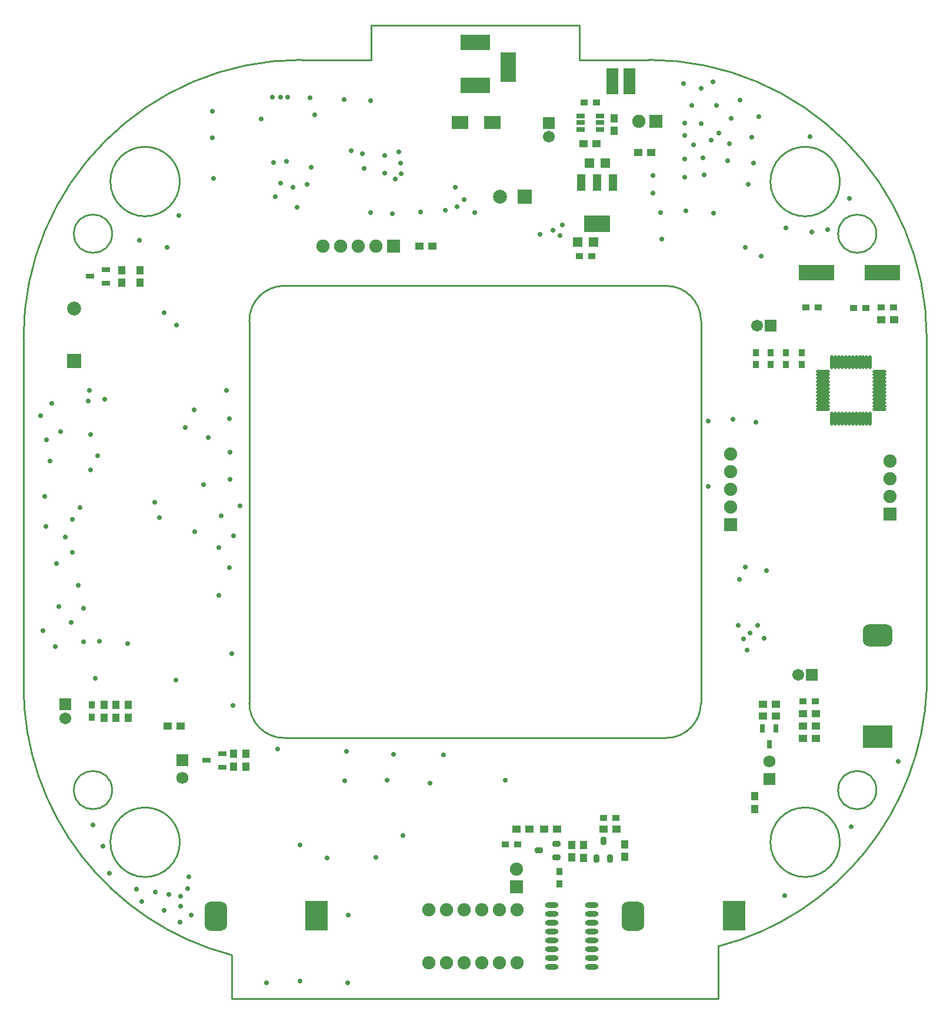
<source format=gbs>
G04*
G04 #@! TF.GenerationSoftware,Altium Limited,Altium Designer,18.1.8 (232)*
G04*
G04 Layer_Color=16711935*
%FSLAX25Y25*%
%MOIN*%
G70*
G01*
G75*
%ADD10C,0.01000*%
%ADD24R,0.03950X0.04800*%
%ADD26R,0.04300X0.03800*%
%ADD27R,0.03800X0.04300*%
%ADD29R,0.04800X0.03950*%
%ADD31C,0.07493*%
%ADD32R,0.07493X0.07493*%
%ADD33R,0.07887X0.07887*%
%ADD34C,0.07887*%
%ADD35C,0.06706*%
%ADD36R,0.06706X0.06706*%
%ADD37R,0.16548X0.12611*%
G04:AMPARAMS|DCode=38|XSize=126.11mil|YSize=165.48mil|CornerRadius=33.53mil|HoleSize=0mil|Usage=FLASHONLY|Rotation=270.000|XOffset=0mil|YOffset=0mil|HoleType=Round|Shape=RoundedRectangle|*
%AMROUNDEDRECTD38*
21,1,0.12611,0.09843,0,0,270.0*
21,1,0.05906,0.16548,0,0,270.0*
1,1,0.06706,-0.04921,-0.02953*
1,1,0.06706,-0.04921,0.02953*
1,1,0.06706,0.04921,0.02953*
1,1,0.06706,0.04921,-0.02953*
%
%ADD38ROUNDEDRECTD38*%
%ADD39R,0.12611X0.16548*%
G04:AMPARAMS|DCode=40|XSize=126.11mil|YSize=165.48mil|CornerRadius=33.53mil|HoleSize=0mil|Usage=FLASHONLY|Rotation=0.000|XOffset=0mil|YOffset=0mil|HoleType=Round|Shape=RoundedRectangle|*
%AMROUNDEDRECTD40*
21,1,0.12611,0.09843,0,0,0.0*
21,1,0.05906,0.16548,0,0,0.0*
1,1,0.06706,0.02953,-0.04921*
1,1,0.06706,-0.02953,-0.04921*
1,1,0.06706,-0.02953,0.04921*
1,1,0.06706,0.02953,0.04921*
%
%ADD40ROUNDEDRECTD40*%
%ADD41C,0.06800*%
%ADD42R,0.06800X0.06800*%
%ADD43R,0.07493X0.07493*%
%ADD44R,0.06706X0.06706*%
%ADD45R,0.07887X0.07887*%
%ADD46R,0.08674X0.16548*%
%ADD47R,0.16548X0.08674*%
%ADD48C,0.02800*%
G04:AMPARAMS|DCode=85|XSize=31.62mil|YSize=47.37mil|CornerRadius=9.91mil|HoleSize=0mil|Usage=FLASHONLY|Rotation=90.000|XOffset=0mil|YOffset=0mil|HoleType=Round|Shape=RoundedRectangle|*
%AMROUNDEDRECTD85*
21,1,0.03162,0.02756,0,0,90.0*
21,1,0.01181,0.04737,0,0,90.0*
1,1,0.01981,0.01378,0.00591*
1,1,0.01981,0.01378,-0.00591*
1,1,0.01981,-0.01378,-0.00591*
1,1,0.01981,-0.01378,0.00591*
%
%ADD85ROUNDEDRECTD85*%
G04:AMPARAMS|DCode=86|XSize=31.62mil|YSize=47.37mil|CornerRadius=9.91mil|HoleSize=0mil|Usage=FLASHONLY|Rotation=0.000|XOffset=0mil|YOffset=0mil|HoleType=Round|Shape=RoundedRectangle|*
%AMROUNDEDRECTD86*
21,1,0.03162,0.02756,0,0,0.0*
21,1,0.01181,0.04737,0,0,0.0*
1,1,0.01981,0.00591,-0.01378*
1,1,0.01981,-0.00591,-0.01378*
1,1,0.01981,-0.00591,0.01378*
1,1,0.01981,0.00591,0.01378*
%
%ADD86ROUNDEDRECTD86*%
%ADD87O,0.07670X0.03005*%
%ADD88R,0.04737X0.02572*%
%ADD89R,0.20485X0.08674*%
%ADD90R,0.02572X0.04737*%
%ADD91O,0.01981X0.07887*%
%ADD92O,0.07887X0.01981*%
%ADD93R,0.09461X0.07690*%
%ADD94R,0.04737X0.09461*%
%ADD95R,0.14580X0.09461*%
%ADD96R,0.07099X0.14580*%
%ADD97R,0.04737X0.02965*%
%ADD98R,0.05800X0.05800*%
D10*
X275737Y29679D02*
G03*
X393701Y175365I-39370J152480D01*
G01*
X-118110Y177165D02*
G03*
X0Y24686I157480J0D01*
G01*
X344488Y88583D02*
G03*
X344488Y88583I-19685J0D01*
G01*
X365158Y433071D02*
G03*
X365158Y433071I-10827J0D01*
G01*
X393701Y374016D02*
G03*
X236221Y531496I-157480J0D01*
G01*
X344488Y462598D02*
G03*
X344488Y462598I-19685J0D01*
G01*
X365158Y118110D02*
G03*
X365158Y118110I-10827J0D01*
G01*
X-67913D02*
G03*
X-67913Y118110I-10827J0D01*
G01*
X39370Y531496D02*
G03*
X-118110Y374016I0J-157480D01*
G01*
X-67913Y433071D02*
G03*
X-67913Y433071I-10827J0D01*
G01*
X-29528Y462598D02*
G03*
X-29528Y462598I-19685J0D01*
G01*
Y88583D02*
G03*
X-29528Y88583I-19685J0D01*
G01*
X29528Y403543D02*
G03*
X9843Y383858I0J-19685D01*
G01*
X265748D02*
G03*
X246063Y403543I-19685J0D01*
G01*
Y147638D02*
G03*
X265748Y167323I0J19685D01*
G01*
X9843D02*
G03*
X29528Y147638I19685J0D01*
G01*
X0Y0D02*
X275590D01*
X0D02*
Y24686D01*
X275590Y0D02*
Y29679D01*
X393701Y175365D02*
X393701Y374016D01*
X-118110Y177165D02*
Y374016D01*
X39370Y531496D02*
X78740D01*
X196850D02*
X236221D01*
X196850D02*
Y551181D01*
X78740Y531496D02*
Y551181D01*
X196850D01*
X9843Y167323D02*
Y383858D01*
X29528Y403543D02*
X246063D01*
X265748Y167323D02*
Y383858D01*
X29528Y147638D02*
X246063D01*
D24*
X192444Y87165D02*
D03*
Y79865D02*
D03*
X199294Y79715D02*
D03*
Y87015D02*
D03*
X222591Y80215D02*
D03*
Y87515D02*
D03*
X944Y138572D02*
D03*
Y131272D02*
D03*
X7944Y138572D02*
D03*
Y131272D02*
D03*
X296352Y114816D02*
D03*
Y107516D02*
D03*
X-72500Y166302D02*
D03*
Y159002D02*
D03*
X-58871Y166302D02*
D03*
Y159002D02*
D03*
X-65738D02*
D03*
Y166302D02*
D03*
X216444Y491215D02*
D03*
Y498515D02*
D03*
X-62556Y412515D02*
D03*
Y405215D02*
D03*
X-52056Y412515D02*
D03*
Y405215D02*
D03*
D26*
X155000Y87515D02*
D03*
X161900D02*
D03*
X210544Y102502D02*
D03*
X217444D02*
D03*
X323687Y168365D02*
D03*
X330587D02*
D03*
X352344Y390865D02*
D03*
X359244D02*
D03*
X332236Y391365D02*
D03*
X325336D02*
D03*
X367894D02*
D03*
X374794D02*
D03*
X199544Y507365D02*
D03*
X206444D02*
D03*
X203844Y420365D02*
D03*
X196944D02*
D03*
D27*
X185634Y64965D02*
D03*
Y71865D02*
D03*
X296743Y358865D02*
D03*
Y365765D02*
D03*
X305243Y358865D02*
D03*
Y365765D02*
D03*
X313743Y358865D02*
D03*
Y365765D02*
D03*
X322743Y358865D02*
D03*
Y365765D02*
D03*
X-79500Y159427D02*
D03*
Y166328D02*
D03*
D29*
X161294Y95865D02*
D03*
X168594D02*
D03*
X210534Y96116D02*
D03*
X217834D02*
D03*
X184094Y95865D02*
D03*
X176794D02*
D03*
X300794Y159865D02*
D03*
X308094D02*
D03*
Y166678D02*
D03*
X300794D02*
D03*
X331023Y161363D02*
D03*
X323723D02*
D03*
X331023Y154365D02*
D03*
X323723D02*
D03*
X331023Y147365D02*
D03*
X323723D02*
D03*
X375094Y384365D02*
D03*
X367794D02*
D03*
X-29160Y154365D02*
D03*
X-36460D02*
D03*
X237594Y479001D02*
D03*
X230294D02*
D03*
X206594Y483865D02*
D03*
X199294D02*
D03*
X113594Y425865D02*
D03*
X106294D02*
D03*
D31*
X111444Y50365D02*
D03*
X121522D02*
D03*
X141522D02*
D03*
X161522D02*
D03*
X141522Y20365D02*
D03*
X121522D02*
D03*
X151522Y50365D02*
D03*
X131522D02*
D03*
X161522Y20365D02*
D03*
X151522D02*
D03*
X131522D02*
D03*
X111444D02*
D03*
X161134Y73286D02*
D03*
X372944Y284365D02*
D03*
Y294365D02*
D03*
Y304365D02*
D03*
X282444Y278365D02*
D03*
Y288365D02*
D03*
Y298365D02*
D03*
Y308365D02*
D03*
X230522Y496786D02*
D03*
X81444Y425865D02*
D03*
X71444D02*
D03*
X61444D02*
D03*
X51444D02*
D03*
D32*
X161134Y63443D02*
D03*
X91444Y425865D02*
D03*
D33*
X165833Y453865D02*
D03*
D34*
X152054D02*
D03*
X-89424Y390783D02*
D03*
D35*
X179444Y487928D02*
D03*
X320758Y183365D02*
D03*
X297507Y380865D02*
D03*
X-94500Y158715D02*
D03*
D36*
X179444Y495802D02*
D03*
X-94500Y166589D02*
D03*
D37*
X365899Y148479D02*
D03*
D38*
X365742Y205566D02*
D03*
D39*
X284444Y46874D02*
D03*
X47944Y46874D02*
D03*
D40*
X227357Y46717D02*
D03*
X-9143Y46717D02*
D03*
D41*
X304444Y134422D02*
D03*
X-28056Y124922D02*
D03*
D42*
X304444Y124422D02*
D03*
X-28056Y134922D02*
D03*
D43*
X372944Y274365D02*
D03*
X282444Y268365D02*
D03*
X240365Y496786D02*
D03*
D44*
X328632Y183365D02*
D03*
X305381Y380865D02*
D03*
D45*
X-89424Y360861D02*
D03*
D46*
X156448Y527495D02*
D03*
D47*
X137944Y541274D02*
D03*
Y516865D02*
D03*
D48*
X-75000Y202500D02*
D03*
X-100000Y199412D02*
D03*
X-107000Y208500D02*
D03*
X-91000Y212865D02*
D03*
X-84000Y221000D02*
D03*
X-87000Y234000D02*
D03*
X-94500Y261500D02*
D03*
X-90500Y271500D02*
D03*
X-86000Y278165D02*
D03*
X-59064Y200865D02*
D03*
X-106000Y284500D02*
D03*
X-105000Y316265D02*
D03*
X-97000Y321000D02*
D03*
X-102000Y337000D02*
D03*
X-108500Y330000D02*
D03*
X-80000Y299465D02*
D03*
X-75956Y307500D02*
D03*
X-81456Y338365D02*
D03*
X-72000Y339500D02*
D03*
X-80756Y344500D02*
D03*
X-26500Y323265D02*
D03*
X-21500Y333500D02*
D03*
X1000Y262000D02*
D03*
X4500Y279000D02*
D03*
X-21000Y264500D02*
D03*
X-6000Y273500D02*
D03*
X-1000Y294000D02*
D03*
Y309500D02*
D03*
X-1500Y328500D02*
D03*
X-3000Y344500D02*
D03*
X19500Y9000D02*
D03*
X38500Y10000D02*
D03*
X65500Y9000D02*
D03*
X87944Y123605D02*
D03*
X186000Y432000D02*
D03*
X187318Y438000D02*
D03*
X182000Y435000D02*
D03*
X174444Y432546D02*
D03*
X137500Y445000D02*
D03*
X127444Y448411D02*
D03*
X126500Y459270D02*
D03*
X131500Y452373D02*
D03*
X121000Y446500D02*
D03*
X107000Y445500D02*
D03*
X91000Y444500D02*
D03*
X78500Y445000D02*
D03*
X96000Y467000D02*
D03*
X92500Y463865D02*
D03*
X75000Y470062D02*
D03*
X86500Y467500D02*
D03*
X95500Y472865D02*
D03*
X94500Y479500D02*
D03*
X86500Y477500D02*
D03*
X74000Y478500D02*
D03*
X67684Y480000D02*
D03*
X37000Y448117D02*
D03*
X24566Y453865D02*
D03*
X27602Y461589D02*
D03*
X34500Y459500D02*
D03*
X42500Y461186D02*
D03*
X45000Y470652D02*
D03*
X31000Y474000D02*
D03*
X23500Y473500D02*
D03*
X-73000Y86500D02*
D03*
X-69364Y71000D02*
D03*
X-43418Y60500D02*
D03*
X-54000Y62000D02*
D03*
X-51000Y54865D02*
D03*
X-38296Y50000D02*
D03*
X-29500Y43500D02*
D03*
X-23000Y47500D02*
D03*
X-29160Y52500D02*
D03*
Y58000D02*
D03*
X-25000Y62500D02*
D03*
X-24331Y68898D02*
D03*
X155000Y123542D02*
D03*
X38500Y87165D02*
D03*
X54000Y79715D02*
D03*
X81444Y79997D02*
D03*
X97000Y92500D02*
D03*
X287500Y237265D02*
D03*
X302942Y242500D02*
D03*
X327500Y487928D02*
D03*
X349779Y453000D02*
D03*
X337500Y435500D02*
D03*
X328500Y434000D02*
D03*
X313843Y436500D02*
D03*
X290912Y425365D02*
D03*
X299944Y420500D02*
D03*
X243500Y430000D02*
D03*
X243000Y445000D02*
D03*
X238444Y466000D02*
D03*
Y455877D02*
D03*
X257346Y446000D02*
D03*
X273000Y444853D02*
D03*
X292500Y461000D02*
D03*
X295500Y473000D02*
D03*
X294500Y487736D02*
D03*
X288000Y508786D02*
D03*
X298500Y499500D02*
D03*
X266000Y515500D02*
D03*
X256000Y518000D02*
D03*
X274500Y505765D02*
D03*
X256445Y488531D02*
D03*
Y495802D02*
D03*
X256718Y475266D02*
D03*
X260641Y505765D02*
D03*
X272500Y519000D02*
D03*
X256718Y465000D02*
D03*
X267600Y466447D02*
D03*
X281000Y474500D02*
D03*
X271500Y486000D02*
D03*
X276000Y490000D02*
D03*
X283000Y498500D02*
D03*
X261500Y483500D02*
D03*
X266000Y495500D02*
D03*
X267000Y476000D02*
D03*
X282000Y484086D02*
D03*
X270000Y327000D02*
D03*
Y290000D02*
D03*
X284055Y328000D02*
D03*
X296849Y326365D02*
D03*
X292000Y197500D02*
D03*
X301688Y204161D02*
D03*
X289743Y203577D02*
D03*
X293500Y207113D02*
D03*
X298000Y211500D02*
D03*
X286749D02*
D03*
X291000Y244500D02*
D03*
X377436Y134422D02*
D03*
X351000Y97500D02*
D03*
X313105Y58365D02*
D03*
X-78740Y98425D02*
D03*
X-35900Y59000D02*
D03*
X66000Y47365D02*
D03*
X63943Y123221D02*
D03*
X112294Y121909D02*
D03*
X120000Y138000D02*
D03*
X91500Y138500D02*
D03*
X65000Y140000D02*
D03*
X25865Y141500D02*
D03*
X500Y166000D02*
D03*
X-77500Y181500D02*
D03*
X-31856Y180500D02*
D03*
X-99500Y246500D02*
D03*
X-98000Y222000D02*
D03*
X-84153Y202000D02*
D03*
X0Y195500D02*
D03*
X-1556Y244000D02*
D03*
X-7500Y228500D02*
D03*
X-41256Y272500D02*
D03*
X-43856Y281165D02*
D03*
X-7500Y255500D02*
D03*
X-90500Y252676D02*
D03*
X-105500Y267500D02*
D03*
X-103000Y304500D02*
D03*
X-80000Y319500D02*
D03*
X-38500Y388500D02*
D03*
X-31500Y381500D02*
D03*
X-16000Y291000D02*
D03*
X-13556Y317665D02*
D03*
X-52500Y429440D02*
D03*
X-36816Y425412D02*
D03*
X-30000Y443500D02*
D03*
X-10500Y464500D02*
D03*
X-11033Y487500D02*
D03*
X-11000Y502500D02*
D03*
X16704Y498000D02*
D03*
X47000Y500500D02*
D03*
X78500Y508500D02*
D03*
X63544Y509180D02*
D03*
X44082Y510000D02*
D03*
X31500Y510500D02*
D03*
X27602D02*
D03*
X23000D02*
D03*
D85*
X183849Y87605D02*
D03*
Y80125D02*
D03*
X174038Y83865D02*
D03*
D86*
X214184Y79459D02*
D03*
X206703D02*
D03*
X210444Y89270D02*
D03*
D87*
X181135Y17865D02*
D03*
Y22865D02*
D03*
Y27865D02*
D03*
Y32865D02*
D03*
Y37865D02*
D03*
Y42865D02*
D03*
Y47865D02*
D03*
Y52865D02*
D03*
X203753Y17865D02*
D03*
Y22865D02*
D03*
Y27865D02*
D03*
Y32865D02*
D03*
Y37865D02*
D03*
Y42865D02*
D03*
Y47865D02*
D03*
Y52865D02*
D03*
D88*
X-14485Y134922D02*
D03*
X-5556Y131182D02*
D03*
Y138662D02*
D03*
X-71556Y412605D02*
D03*
Y405125D02*
D03*
X-80485Y408865D02*
D03*
D89*
X331158Y410865D02*
D03*
X368560D02*
D03*
D90*
X304444Y144050D02*
D03*
X308184Y152979D02*
D03*
X300704D02*
D03*
D91*
X340016Y360400D02*
D03*
X341985D02*
D03*
X343953D02*
D03*
X345922D02*
D03*
X347890D02*
D03*
X349859D02*
D03*
X351827D02*
D03*
X353796D02*
D03*
X355764D02*
D03*
X357733D02*
D03*
X359701D02*
D03*
X361670D02*
D03*
Y328329D02*
D03*
X359701D02*
D03*
X357733D02*
D03*
X355764D02*
D03*
X353796D02*
D03*
X351827D02*
D03*
X349859D02*
D03*
X347890D02*
D03*
X345922D02*
D03*
X343953D02*
D03*
X341985D02*
D03*
X340016D02*
D03*
D92*
X366879Y355192D02*
D03*
Y353223D02*
D03*
Y351255D02*
D03*
Y349286D02*
D03*
Y347318D02*
D03*
Y345349D02*
D03*
Y343381D02*
D03*
Y341412D02*
D03*
Y339444D02*
D03*
Y337475D02*
D03*
Y335507D02*
D03*
Y333538D02*
D03*
X334808D02*
D03*
Y335507D02*
D03*
Y337475D02*
D03*
Y339444D02*
D03*
Y341412D02*
D03*
Y343381D02*
D03*
Y345349D02*
D03*
Y347318D02*
D03*
Y349286D02*
D03*
Y351255D02*
D03*
Y353223D02*
D03*
Y355192D02*
D03*
D93*
X129389Y495947D02*
D03*
X147499D02*
D03*
D94*
X197889Y462176D02*
D03*
X206944D02*
D03*
X215999D02*
D03*
D95*
X206944Y438554D02*
D03*
D96*
X225168Y519365D02*
D03*
X215719D02*
D03*
D97*
X197431Y492125D02*
D03*
Y495864D02*
D03*
Y499604D02*
D03*
X208456D02*
D03*
Y495864D02*
D03*
Y492125D02*
D03*
D98*
X195944Y428365D02*
D03*
X204944D02*
D03*
X202444Y472865D02*
D03*
X211444D02*
D03*
M02*

</source>
